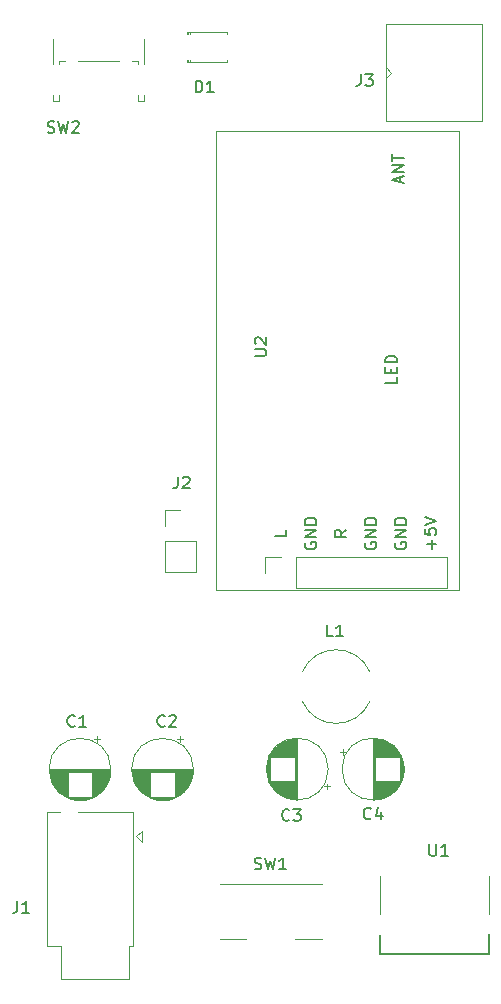
<source format=gbr>
%TF.GenerationSoftware,KiCad,Pcbnew,7.0.11+dfsg-1build4*%
%TF.CreationDate,2024-05-02T22:23:34+02:00*%
%TF.ProjectId,X1-01M-carrier,58312d30-314d-42d6-9361-72726965722e,rev?*%
%TF.SameCoordinates,Original*%
%TF.FileFunction,Legend,Top*%
%TF.FilePolarity,Positive*%
%FSLAX46Y46*%
G04 Gerber Fmt 4.6, Leading zero omitted, Abs format (unit mm)*
G04 Created by KiCad (PCBNEW 7.0.11+dfsg-1build4) date 2024-05-02 22:23:34*
%MOMM*%
%LPD*%
G01*
G04 APERTURE LIST*
%ADD10C,0.150000*%
%ADD11C,0.120000*%
G04 APERTURE END LIST*
D10*
X129800778Y-94924119D02*
X129800778Y-95638404D01*
X129800778Y-95638404D02*
X129753159Y-95781261D01*
X129753159Y-95781261D02*
X129657921Y-95876500D01*
X129657921Y-95876500D02*
X129515064Y-95924119D01*
X129515064Y-95924119D02*
X129419826Y-95924119D01*
X130229350Y-95019357D02*
X130276969Y-94971738D01*
X130276969Y-94971738D02*
X130372207Y-94924119D01*
X130372207Y-94924119D02*
X130610302Y-94924119D01*
X130610302Y-94924119D02*
X130705540Y-94971738D01*
X130705540Y-94971738D02*
X130753159Y-95019357D01*
X130753159Y-95019357D02*
X130800778Y-95114595D01*
X130800778Y-95114595D02*
X130800778Y-95209833D01*
X130800778Y-95209833D02*
X130753159Y-95352690D01*
X130753159Y-95352690D02*
X130181731Y-95924119D01*
X130181731Y-95924119D02*
X130800778Y-95924119D01*
X128697445Y-116021880D02*
X128649826Y-116069500D01*
X128649826Y-116069500D02*
X128506969Y-116117119D01*
X128506969Y-116117119D02*
X128411731Y-116117119D01*
X128411731Y-116117119D02*
X128268874Y-116069500D01*
X128268874Y-116069500D02*
X128173636Y-115974261D01*
X128173636Y-115974261D02*
X128126017Y-115879023D01*
X128126017Y-115879023D02*
X128078398Y-115688547D01*
X128078398Y-115688547D02*
X128078398Y-115545690D01*
X128078398Y-115545690D02*
X128126017Y-115355214D01*
X128126017Y-115355214D02*
X128173636Y-115259976D01*
X128173636Y-115259976D02*
X128268874Y-115164738D01*
X128268874Y-115164738D02*
X128411731Y-115117119D01*
X128411731Y-115117119D02*
X128506969Y-115117119D01*
X128506969Y-115117119D02*
X128649826Y-115164738D01*
X128649826Y-115164738D02*
X128697445Y-115212357D01*
X129078398Y-115212357D02*
X129126017Y-115164738D01*
X129126017Y-115164738D02*
X129221255Y-115117119D01*
X129221255Y-115117119D02*
X129459350Y-115117119D01*
X129459350Y-115117119D02*
X129554588Y-115164738D01*
X129554588Y-115164738D02*
X129602207Y-115212357D01*
X129602207Y-115212357D02*
X129649826Y-115307595D01*
X129649826Y-115307595D02*
X129649826Y-115402833D01*
X129649826Y-115402833D02*
X129602207Y-115545690D01*
X129602207Y-115545690D02*
X129030779Y-116117119D01*
X129030779Y-116117119D02*
X129649826Y-116117119D01*
X116211778Y-130865119D02*
X116211778Y-131579404D01*
X116211778Y-131579404D02*
X116164159Y-131722261D01*
X116164159Y-131722261D02*
X116068921Y-131817500D01*
X116068921Y-131817500D02*
X115926064Y-131865119D01*
X115926064Y-131865119D02*
X115830826Y-131865119D01*
X117211778Y-131865119D02*
X116640350Y-131865119D01*
X116926064Y-131865119D02*
X116926064Y-130865119D01*
X116926064Y-130865119D02*
X116830826Y-131007976D01*
X116830826Y-131007976D02*
X116735588Y-131103214D01*
X116735588Y-131103214D02*
X116640350Y-131150833D01*
X136293779Y-128134500D02*
X136436636Y-128182119D01*
X136436636Y-128182119D02*
X136674731Y-128182119D01*
X136674731Y-128182119D02*
X136769969Y-128134500D01*
X136769969Y-128134500D02*
X136817588Y-128086880D01*
X136817588Y-128086880D02*
X136865207Y-127991642D01*
X136865207Y-127991642D02*
X136865207Y-127896404D01*
X136865207Y-127896404D02*
X136817588Y-127801166D01*
X136817588Y-127801166D02*
X136769969Y-127753547D01*
X136769969Y-127753547D02*
X136674731Y-127705928D01*
X136674731Y-127705928D02*
X136484255Y-127658309D01*
X136484255Y-127658309D02*
X136389017Y-127610690D01*
X136389017Y-127610690D02*
X136341398Y-127563071D01*
X136341398Y-127563071D02*
X136293779Y-127467833D01*
X136293779Y-127467833D02*
X136293779Y-127372595D01*
X136293779Y-127372595D02*
X136341398Y-127277357D01*
X136341398Y-127277357D02*
X136389017Y-127229738D01*
X136389017Y-127229738D02*
X136484255Y-127182119D01*
X136484255Y-127182119D02*
X136722350Y-127182119D01*
X136722350Y-127182119D02*
X136865207Y-127229738D01*
X137198541Y-127182119D02*
X137436636Y-128182119D01*
X137436636Y-128182119D02*
X137627112Y-127467833D01*
X137627112Y-127467833D02*
X137817588Y-128182119D01*
X137817588Y-128182119D02*
X138055684Y-127182119D01*
X138960445Y-128182119D02*
X138389017Y-128182119D01*
X138674731Y-128182119D02*
X138674731Y-127182119D01*
X138674731Y-127182119D02*
X138579493Y-127324976D01*
X138579493Y-127324976D02*
X138484255Y-127420214D01*
X138484255Y-127420214D02*
X138389017Y-127467833D01*
X142937445Y-108455619D02*
X142461255Y-108455619D01*
X142461255Y-108455619D02*
X142461255Y-107455619D01*
X143794588Y-108455619D02*
X143223160Y-108455619D01*
X143508874Y-108455619D02*
X143508874Y-107455619D01*
X143508874Y-107455619D02*
X143413636Y-107598476D01*
X143413636Y-107598476D02*
X143318398Y-107693714D01*
X143318398Y-107693714D02*
X143223160Y-107741333D01*
X151094707Y-126039119D02*
X151094707Y-126848642D01*
X151094707Y-126848642D02*
X151142326Y-126943880D01*
X151142326Y-126943880D02*
X151189945Y-126991500D01*
X151189945Y-126991500D02*
X151285183Y-127039119D01*
X151285183Y-127039119D02*
X151475659Y-127039119D01*
X151475659Y-127039119D02*
X151570897Y-126991500D01*
X151570897Y-126991500D02*
X151618516Y-126943880D01*
X151618516Y-126943880D02*
X151666135Y-126848642D01*
X151666135Y-126848642D02*
X151666135Y-126039119D01*
X152666135Y-127039119D02*
X152094707Y-127039119D01*
X152380421Y-127039119D02*
X152380421Y-126039119D01*
X152380421Y-126039119D02*
X152285183Y-126181976D01*
X152285183Y-126181976D02*
X152189945Y-126277214D01*
X152189945Y-126277214D02*
X152094707Y-126324833D01*
X146157333Y-123854380D02*
X146109714Y-123902000D01*
X146109714Y-123902000D02*
X145966857Y-123949619D01*
X145966857Y-123949619D02*
X145871619Y-123949619D01*
X145871619Y-123949619D02*
X145728762Y-123902000D01*
X145728762Y-123902000D02*
X145633524Y-123806761D01*
X145633524Y-123806761D02*
X145585905Y-123711523D01*
X145585905Y-123711523D02*
X145538286Y-123521047D01*
X145538286Y-123521047D02*
X145538286Y-123378190D01*
X145538286Y-123378190D02*
X145585905Y-123187714D01*
X145585905Y-123187714D02*
X145633524Y-123092476D01*
X145633524Y-123092476D02*
X145728762Y-122997238D01*
X145728762Y-122997238D02*
X145871619Y-122949619D01*
X145871619Y-122949619D02*
X145966857Y-122949619D01*
X145966857Y-122949619D02*
X146109714Y-122997238D01*
X146109714Y-122997238D02*
X146157333Y-123044857D01*
X147014476Y-123282952D02*
X147014476Y-123949619D01*
X146776381Y-122902000D02*
X146538286Y-123616285D01*
X146538286Y-123616285D02*
X147157333Y-123616285D01*
X139254445Y-123981380D02*
X139206826Y-124029000D01*
X139206826Y-124029000D02*
X139063969Y-124076619D01*
X139063969Y-124076619D02*
X138968731Y-124076619D01*
X138968731Y-124076619D02*
X138825874Y-124029000D01*
X138825874Y-124029000D02*
X138730636Y-123933761D01*
X138730636Y-123933761D02*
X138683017Y-123838523D01*
X138683017Y-123838523D02*
X138635398Y-123648047D01*
X138635398Y-123648047D02*
X138635398Y-123505190D01*
X138635398Y-123505190D02*
X138683017Y-123314714D01*
X138683017Y-123314714D02*
X138730636Y-123219476D01*
X138730636Y-123219476D02*
X138825874Y-123124238D01*
X138825874Y-123124238D02*
X138968731Y-123076619D01*
X138968731Y-123076619D02*
X139063969Y-123076619D01*
X139063969Y-123076619D02*
X139206826Y-123124238D01*
X139206826Y-123124238D02*
X139254445Y-123171857D01*
X139587779Y-123076619D02*
X140206826Y-123076619D01*
X140206826Y-123076619D02*
X139873493Y-123457571D01*
X139873493Y-123457571D02*
X140016350Y-123457571D01*
X140016350Y-123457571D02*
X140111588Y-123505190D01*
X140111588Y-123505190D02*
X140159207Y-123552809D01*
X140159207Y-123552809D02*
X140206826Y-123648047D01*
X140206826Y-123648047D02*
X140206826Y-123886142D01*
X140206826Y-123886142D02*
X140159207Y-123981380D01*
X140159207Y-123981380D02*
X140111588Y-124029000D01*
X140111588Y-124029000D02*
X140016350Y-124076619D01*
X140016350Y-124076619D02*
X139730636Y-124076619D01*
X139730636Y-124076619D02*
X139635398Y-124029000D01*
X139635398Y-124029000D02*
X139587779Y-123981380D01*
X131317017Y-62396119D02*
X131317017Y-61396119D01*
X131317017Y-61396119D02*
X131555112Y-61396119D01*
X131555112Y-61396119D02*
X131697969Y-61443738D01*
X131697969Y-61443738D02*
X131793207Y-61538976D01*
X131793207Y-61538976D02*
X131840826Y-61634214D01*
X131840826Y-61634214D02*
X131888445Y-61824690D01*
X131888445Y-61824690D02*
X131888445Y-61967547D01*
X131888445Y-61967547D02*
X131840826Y-62158023D01*
X131840826Y-62158023D02*
X131793207Y-62253261D01*
X131793207Y-62253261D02*
X131697969Y-62348500D01*
X131697969Y-62348500D02*
X131555112Y-62396119D01*
X131555112Y-62396119D02*
X131317017Y-62396119D01*
X132840826Y-62396119D02*
X132269398Y-62396119D01*
X132555112Y-62396119D02*
X132555112Y-61396119D01*
X132555112Y-61396119D02*
X132459874Y-61538976D01*
X132459874Y-61538976D02*
X132364636Y-61634214D01*
X132364636Y-61634214D02*
X132269398Y-61681833D01*
X118767779Y-65777500D02*
X118910636Y-65825119D01*
X118910636Y-65825119D02*
X119148731Y-65825119D01*
X119148731Y-65825119D02*
X119243969Y-65777500D01*
X119243969Y-65777500D02*
X119291588Y-65729880D01*
X119291588Y-65729880D02*
X119339207Y-65634642D01*
X119339207Y-65634642D02*
X119339207Y-65539404D01*
X119339207Y-65539404D02*
X119291588Y-65444166D01*
X119291588Y-65444166D02*
X119243969Y-65396547D01*
X119243969Y-65396547D02*
X119148731Y-65348928D01*
X119148731Y-65348928D02*
X118958255Y-65301309D01*
X118958255Y-65301309D02*
X118863017Y-65253690D01*
X118863017Y-65253690D02*
X118815398Y-65206071D01*
X118815398Y-65206071D02*
X118767779Y-65110833D01*
X118767779Y-65110833D02*
X118767779Y-65015595D01*
X118767779Y-65015595D02*
X118815398Y-64920357D01*
X118815398Y-64920357D02*
X118863017Y-64872738D01*
X118863017Y-64872738D02*
X118958255Y-64825119D01*
X118958255Y-64825119D02*
X119196350Y-64825119D01*
X119196350Y-64825119D02*
X119339207Y-64872738D01*
X119672541Y-64825119D02*
X119910636Y-65825119D01*
X119910636Y-65825119D02*
X120101112Y-65110833D01*
X120101112Y-65110833D02*
X120291588Y-65825119D01*
X120291588Y-65825119D02*
X120529684Y-64825119D01*
X120863017Y-64920357D02*
X120910636Y-64872738D01*
X120910636Y-64872738D02*
X121005874Y-64825119D01*
X121005874Y-64825119D02*
X121243969Y-64825119D01*
X121243969Y-64825119D02*
X121339207Y-64872738D01*
X121339207Y-64872738D02*
X121386826Y-64920357D01*
X121386826Y-64920357D02*
X121434445Y-65015595D01*
X121434445Y-65015595D02*
X121434445Y-65110833D01*
X121434445Y-65110833D02*
X121386826Y-65253690D01*
X121386826Y-65253690D02*
X120815398Y-65825119D01*
X120815398Y-65825119D02*
X121434445Y-65825119D01*
X145294778Y-60842619D02*
X145294778Y-61556904D01*
X145294778Y-61556904D02*
X145247159Y-61699761D01*
X145247159Y-61699761D02*
X145151921Y-61795000D01*
X145151921Y-61795000D02*
X145009064Y-61842619D01*
X145009064Y-61842619D02*
X144913826Y-61842619D01*
X145675731Y-60842619D02*
X146294778Y-60842619D01*
X146294778Y-60842619D02*
X145961445Y-61223571D01*
X145961445Y-61223571D02*
X146104302Y-61223571D01*
X146104302Y-61223571D02*
X146199540Y-61271190D01*
X146199540Y-61271190D02*
X146247159Y-61318809D01*
X146247159Y-61318809D02*
X146294778Y-61414047D01*
X146294778Y-61414047D02*
X146294778Y-61652142D01*
X146294778Y-61652142D02*
X146247159Y-61747380D01*
X146247159Y-61747380D02*
X146199540Y-61795000D01*
X146199540Y-61795000D02*
X146104302Y-61842619D01*
X146104302Y-61842619D02*
X145818588Y-61842619D01*
X145818588Y-61842619D02*
X145723350Y-61795000D01*
X145723350Y-61795000D02*
X145675731Y-61747380D01*
X121077445Y-116021880D02*
X121029826Y-116069500D01*
X121029826Y-116069500D02*
X120886969Y-116117119D01*
X120886969Y-116117119D02*
X120791731Y-116117119D01*
X120791731Y-116117119D02*
X120648874Y-116069500D01*
X120648874Y-116069500D02*
X120553636Y-115974261D01*
X120553636Y-115974261D02*
X120506017Y-115879023D01*
X120506017Y-115879023D02*
X120458398Y-115688547D01*
X120458398Y-115688547D02*
X120458398Y-115545690D01*
X120458398Y-115545690D02*
X120506017Y-115355214D01*
X120506017Y-115355214D02*
X120553636Y-115259976D01*
X120553636Y-115259976D02*
X120648874Y-115164738D01*
X120648874Y-115164738D02*
X120791731Y-115117119D01*
X120791731Y-115117119D02*
X120886969Y-115117119D01*
X120886969Y-115117119D02*
X121029826Y-115164738D01*
X121029826Y-115164738D02*
X121077445Y-115212357D01*
X122029826Y-116117119D02*
X121458398Y-116117119D01*
X121744112Y-116117119D02*
X121744112Y-115117119D01*
X121744112Y-115117119D02*
X121648874Y-115259976D01*
X121648874Y-115259976D02*
X121553636Y-115355214D01*
X121553636Y-115355214D02*
X121458398Y-115402833D01*
X136306931Y-84695704D02*
X137116454Y-84695704D01*
X137116454Y-84695704D02*
X137211692Y-84648085D01*
X137211692Y-84648085D02*
X137259312Y-84600466D01*
X137259312Y-84600466D02*
X137306931Y-84505228D01*
X137306931Y-84505228D02*
X137306931Y-84314752D01*
X137306931Y-84314752D02*
X137259312Y-84219514D01*
X137259312Y-84219514D02*
X137211692Y-84171895D01*
X137211692Y-84171895D02*
X137116454Y-84124276D01*
X137116454Y-84124276D02*
X136306931Y-84124276D01*
X136402169Y-83695704D02*
X136354550Y-83648085D01*
X136354550Y-83648085D02*
X136306931Y-83552847D01*
X136306931Y-83552847D02*
X136306931Y-83314752D01*
X136306931Y-83314752D02*
X136354550Y-83219514D01*
X136354550Y-83219514D02*
X136402169Y-83171895D01*
X136402169Y-83171895D02*
X136497407Y-83124276D01*
X136497407Y-83124276D02*
X136592645Y-83124276D01*
X136592645Y-83124276D02*
X136735502Y-83171895D01*
X136735502Y-83171895D02*
X137306931Y-83743323D01*
X137306931Y-83743323D02*
X137306931Y-83124276D01*
X144066931Y-99436276D02*
X143590740Y-99769609D01*
X144066931Y-100007704D02*
X143066931Y-100007704D01*
X143066931Y-100007704D02*
X143066931Y-99626752D01*
X143066931Y-99626752D02*
X143114550Y-99531514D01*
X143114550Y-99531514D02*
X143162169Y-99483895D01*
X143162169Y-99483895D02*
X143257407Y-99436276D01*
X143257407Y-99436276D02*
X143400264Y-99436276D01*
X143400264Y-99436276D02*
X143495502Y-99483895D01*
X143495502Y-99483895D02*
X143543121Y-99531514D01*
X143543121Y-99531514D02*
X143590740Y-99626752D01*
X143590740Y-99626752D02*
X143590740Y-100007704D01*
X148362931Y-86494657D02*
X148362931Y-86970847D01*
X148362931Y-86970847D02*
X147362931Y-86970847D01*
X147839121Y-86161323D02*
X147839121Y-85827990D01*
X148362931Y-85685133D02*
X148362931Y-86161323D01*
X148362931Y-86161323D02*
X147362931Y-86161323D01*
X147362931Y-86161323D02*
X147362931Y-85685133D01*
X148362931Y-85256561D02*
X147362931Y-85256561D01*
X147362931Y-85256561D02*
X147362931Y-85018466D01*
X147362931Y-85018466D02*
X147410550Y-84875609D01*
X147410550Y-84875609D02*
X147505788Y-84780371D01*
X147505788Y-84780371D02*
X147601026Y-84732752D01*
X147601026Y-84732752D02*
X147791502Y-84685133D01*
X147791502Y-84685133D02*
X147934359Y-84685133D01*
X147934359Y-84685133D02*
X148124835Y-84732752D01*
X148124835Y-84732752D02*
X148220073Y-84780371D01*
X148220073Y-84780371D02*
X148315312Y-84875609D01*
X148315312Y-84875609D02*
X148362931Y-85018466D01*
X148362931Y-85018466D02*
X148362931Y-85256561D01*
X145654550Y-100507704D02*
X145606931Y-100602942D01*
X145606931Y-100602942D02*
X145606931Y-100745799D01*
X145606931Y-100745799D02*
X145654550Y-100888656D01*
X145654550Y-100888656D02*
X145749788Y-100983894D01*
X145749788Y-100983894D02*
X145845026Y-101031513D01*
X145845026Y-101031513D02*
X146035502Y-101079132D01*
X146035502Y-101079132D02*
X146178359Y-101079132D01*
X146178359Y-101079132D02*
X146368835Y-101031513D01*
X146368835Y-101031513D02*
X146464073Y-100983894D01*
X146464073Y-100983894D02*
X146559312Y-100888656D01*
X146559312Y-100888656D02*
X146606931Y-100745799D01*
X146606931Y-100745799D02*
X146606931Y-100650561D01*
X146606931Y-100650561D02*
X146559312Y-100507704D01*
X146559312Y-100507704D02*
X146511692Y-100460085D01*
X146511692Y-100460085D02*
X146178359Y-100460085D01*
X146178359Y-100460085D02*
X146178359Y-100650561D01*
X146606931Y-100031513D02*
X145606931Y-100031513D01*
X145606931Y-100031513D02*
X146606931Y-99460085D01*
X146606931Y-99460085D02*
X145606931Y-99460085D01*
X146606931Y-98983894D02*
X145606931Y-98983894D01*
X145606931Y-98983894D02*
X145606931Y-98745799D01*
X145606931Y-98745799D02*
X145654550Y-98602942D01*
X145654550Y-98602942D02*
X145749788Y-98507704D01*
X145749788Y-98507704D02*
X145845026Y-98460085D01*
X145845026Y-98460085D02*
X146035502Y-98412466D01*
X146035502Y-98412466D02*
X146178359Y-98412466D01*
X146178359Y-98412466D02*
X146368835Y-98460085D01*
X146368835Y-98460085D02*
X146464073Y-98507704D01*
X146464073Y-98507704D02*
X146559312Y-98602942D01*
X146559312Y-98602942D02*
X146606931Y-98745799D01*
X146606931Y-98745799D02*
X146606931Y-98983894D01*
X140574550Y-100507704D02*
X140526931Y-100602942D01*
X140526931Y-100602942D02*
X140526931Y-100745799D01*
X140526931Y-100745799D02*
X140574550Y-100888656D01*
X140574550Y-100888656D02*
X140669788Y-100983894D01*
X140669788Y-100983894D02*
X140765026Y-101031513D01*
X140765026Y-101031513D02*
X140955502Y-101079132D01*
X140955502Y-101079132D02*
X141098359Y-101079132D01*
X141098359Y-101079132D02*
X141288835Y-101031513D01*
X141288835Y-101031513D02*
X141384073Y-100983894D01*
X141384073Y-100983894D02*
X141479312Y-100888656D01*
X141479312Y-100888656D02*
X141526931Y-100745799D01*
X141526931Y-100745799D02*
X141526931Y-100650561D01*
X141526931Y-100650561D02*
X141479312Y-100507704D01*
X141479312Y-100507704D02*
X141431692Y-100460085D01*
X141431692Y-100460085D02*
X141098359Y-100460085D01*
X141098359Y-100460085D02*
X141098359Y-100650561D01*
X141526931Y-100031513D02*
X140526931Y-100031513D01*
X140526931Y-100031513D02*
X141526931Y-99460085D01*
X141526931Y-99460085D02*
X140526931Y-99460085D01*
X141526931Y-98983894D02*
X140526931Y-98983894D01*
X140526931Y-98983894D02*
X140526931Y-98745799D01*
X140526931Y-98745799D02*
X140574550Y-98602942D01*
X140574550Y-98602942D02*
X140669788Y-98507704D01*
X140669788Y-98507704D02*
X140765026Y-98460085D01*
X140765026Y-98460085D02*
X140955502Y-98412466D01*
X140955502Y-98412466D02*
X141098359Y-98412466D01*
X141098359Y-98412466D02*
X141288835Y-98460085D01*
X141288835Y-98460085D02*
X141384073Y-98507704D01*
X141384073Y-98507704D02*
X141479312Y-98602942D01*
X141479312Y-98602942D02*
X141526931Y-98745799D01*
X141526931Y-98745799D02*
X141526931Y-98983894D01*
X148641216Y-70006656D02*
X148641216Y-69530466D01*
X148926931Y-70101894D02*
X147926931Y-69768561D01*
X147926931Y-69768561D02*
X148926931Y-69435228D01*
X148926931Y-69101894D02*
X147926931Y-69101894D01*
X147926931Y-69101894D02*
X148926931Y-68530466D01*
X148926931Y-68530466D02*
X147926931Y-68530466D01*
X147926931Y-68197132D02*
X147926931Y-67625704D01*
X148926931Y-67911418D02*
X147926931Y-67911418D01*
X148194550Y-100507704D02*
X148146931Y-100602942D01*
X148146931Y-100602942D02*
X148146931Y-100745799D01*
X148146931Y-100745799D02*
X148194550Y-100888656D01*
X148194550Y-100888656D02*
X148289788Y-100983894D01*
X148289788Y-100983894D02*
X148385026Y-101031513D01*
X148385026Y-101031513D02*
X148575502Y-101079132D01*
X148575502Y-101079132D02*
X148718359Y-101079132D01*
X148718359Y-101079132D02*
X148908835Y-101031513D01*
X148908835Y-101031513D02*
X149004073Y-100983894D01*
X149004073Y-100983894D02*
X149099312Y-100888656D01*
X149099312Y-100888656D02*
X149146931Y-100745799D01*
X149146931Y-100745799D02*
X149146931Y-100650561D01*
X149146931Y-100650561D02*
X149099312Y-100507704D01*
X149099312Y-100507704D02*
X149051692Y-100460085D01*
X149051692Y-100460085D02*
X148718359Y-100460085D01*
X148718359Y-100460085D02*
X148718359Y-100650561D01*
X149146931Y-100031513D02*
X148146931Y-100031513D01*
X148146931Y-100031513D02*
X149146931Y-99460085D01*
X149146931Y-99460085D02*
X148146931Y-99460085D01*
X149146931Y-98983894D02*
X148146931Y-98983894D01*
X148146931Y-98983894D02*
X148146931Y-98745799D01*
X148146931Y-98745799D02*
X148194550Y-98602942D01*
X148194550Y-98602942D02*
X148289788Y-98507704D01*
X148289788Y-98507704D02*
X148385026Y-98460085D01*
X148385026Y-98460085D02*
X148575502Y-98412466D01*
X148575502Y-98412466D02*
X148718359Y-98412466D01*
X148718359Y-98412466D02*
X148908835Y-98460085D01*
X148908835Y-98460085D02*
X149004073Y-98507704D01*
X149004073Y-98507704D02*
X149099312Y-98602942D01*
X149099312Y-98602942D02*
X149146931Y-98745799D01*
X149146931Y-98745799D02*
X149146931Y-98983894D01*
X151305978Y-101031513D02*
X151305978Y-100269609D01*
X151686931Y-100650561D02*
X150925026Y-100650561D01*
X150686931Y-99317228D02*
X150686931Y-99793418D01*
X150686931Y-99793418D02*
X151163121Y-99841037D01*
X151163121Y-99841037D02*
X151115502Y-99793418D01*
X151115502Y-99793418D02*
X151067883Y-99698180D01*
X151067883Y-99698180D02*
X151067883Y-99460085D01*
X151067883Y-99460085D02*
X151115502Y-99364847D01*
X151115502Y-99364847D02*
X151163121Y-99317228D01*
X151163121Y-99317228D02*
X151258359Y-99269609D01*
X151258359Y-99269609D02*
X151496454Y-99269609D01*
X151496454Y-99269609D02*
X151591692Y-99317228D01*
X151591692Y-99317228D02*
X151639312Y-99364847D01*
X151639312Y-99364847D02*
X151686931Y-99460085D01*
X151686931Y-99460085D02*
X151686931Y-99698180D01*
X151686931Y-99698180D02*
X151639312Y-99793418D01*
X151639312Y-99793418D02*
X151591692Y-99841037D01*
X150686931Y-98983894D02*
X151686931Y-98650561D01*
X151686931Y-98650561D02*
X150686931Y-98317228D01*
X138986931Y-99436276D02*
X138986931Y-99912466D01*
X138986931Y-99912466D02*
X137986931Y-99912466D01*
D11*
%TO.C,J2*%
X131353112Y-100375800D02*
X131353112Y-102975800D01*
X128693112Y-102975800D02*
X131353112Y-102975800D01*
X128693112Y-100375800D02*
X131353112Y-100375800D01*
X128693112Y-100375800D02*
X128693112Y-102975800D01*
X128693112Y-99105800D02*
X128693112Y-97775800D01*
X128693112Y-97775800D02*
X130023112Y-97775800D01*
%TO.C,C2*%
X131119112Y-119704800D02*
G75*
G03*
X125879112Y-119704800I-2620000J0D01*
G01*
X125879112Y-119704800D02*
G75*
G03*
X131119112Y-119704800I2620000J0D01*
G01*
X128783112Y-122305800D02*
X128215112Y-122305800D01*
X129017112Y-122265800D02*
X127981112Y-122265800D01*
X129176112Y-122225800D02*
X127822112Y-122225800D01*
X129304112Y-122185800D02*
X127694112Y-122185800D01*
X129414112Y-122145800D02*
X127584112Y-122145800D01*
X129510112Y-122105800D02*
X127488112Y-122105800D01*
X129597112Y-122065800D02*
X127401112Y-122065800D01*
X129677112Y-122025800D02*
X127321112Y-122025800D01*
X127459112Y-121985800D02*
X127248112Y-121985800D01*
X129750112Y-121985800D02*
X129539112Y-121985800D01*
X127459112Y-121945800D02*
X127180112Y-121945800D01*
X129818112Y-121945800D02*
X129539112Y-121945800D01*
X127459112Y-121905800D02*
X127116112Y-121905800D01*
X129882112Y-121905800D02*
X129539112Y-121905800D01*
X127459112Y-121865800D02*
X127056112Y-121865800D01*
X129942112Y-121865800D02*
X129539112Y-121865800D01*
X127459112Y-121825800D02*
X126999112Y-121825800D01*
X129999112Y-121825800D02*
X129539112Y-121825800D01*
X127459112Y-121785800D02*
X126945112Y-121785800D01*
X130053112Y-121785800D02*
X129539112Y-121785800D01*
X127459112Y-121745800D02*
X126894112Y-121745800D01*
X130104112Y-121745800D02*
X129539112Y-121745800D01*
X127459112Y-121705800D02*
X126846112Y-121705800D01*
X130152112Y-121705800D02*
X129539112Y-121705800D01*
X127459112Y-121665800D02*
X126800112Y-121665800D01*
X130198112Y-121665800D02*
X129539112Y-121665800D01*
X127459112Y-121625800D02*
X126756112Y-121625800D01*
X130242112Y-121625800D02*
X129539112Y-121625800D01*
X127459112Y-121585800D02*
X126714112Y-121585800D01*
X130284112Y-121585800D02*
X129539112Y-121585800D01*
X127459112Y-121545800D02*
X126673112Y-121545800D01*
X130325112Y-121545800D02*
X129539112Y-121545800D01*
X127459112Y-121505800D02*
X126635112Y-121505800D01*
X130363112Y-121505800D02*
X129539112Y-121505800D01*
X127459112Y-121465800D02*
X126598112Y-121465800D01*
X130400112Y-121465800D02*
X129539112Y-121465800D01*
X127459112Y-121425800D02*
X126562112Y-121425800D01*
X130436112Y-121425800D02*
X129539112Y-121425800D01*
X127459112Y-121385800D02*
X126528112Y-121385800D01*
X130470112Y-121385800D02*
X129539112Y-121385800D01*
X127459112Y-121345800D02*
X126495112Y-121345800D01*
X130503112Y-121345800D02*
X129539112Y-121345800D01*
X127459112Y-121305800D02*
X126464112Y-121305800D01*
X130534112Y-121305800D02*
X129539112Y-121305800D01*
X127459112Y-121265800D02*
X126434112Y-121265800D01*
X130564112Y-121265800D02*
X129539112Y-121265800D01*
X127459112Y-121225800D02*
X126404112Y-121225800D01*
X130594112Y-121225800D02*
X129539112Y-121225800D01*
X127459112Y-121185800D02*
X126377112Y-121185800D01*
X130621112Y-121185800D02*
X129539112Y-121185800D01*
X127459112Y-121145800D02*
X126350112Y-121145800D01*
X130648112Y-121145800D02*
X129539112Y-121145800D01*
X127459112Y-121105800D02*
X126324112Y-121105800D01*
X130674112Y-121105800D02*
X129539112Y-121105800D01*
X127459112Y-121065800D02*
X126299112Y-121065800D01*
X130699112Y-121065800D02*
X129539112Y-121065800D01*
X127459112Y-121025800D02*
X126275112Y-121025800D01*
X130723112Y-121025800D02*
X129539112Y-121025800D01*
X127459112Y-120985800D02*
X126252112Y-120985800D01*
X130746112Y-120985800D02*
X129539112Y-120985800D01*
X127459112Y-120945800D02*
X126231112Y-120945800D01*
X130767112Y-120945800D02*
X129539112Y-120945800D01*
X127459112Y-120905800D02*
X126209112Y-120905800D01*
X130789112Y-120905800D02*
X129539112Y-120905800D01*
X127459112Y-120865800D02*
X126189112Y-120865800D01*
X130809112Y-120865800D02*
X129539112Y-120865800D01*
X127459112Y-120825800D02*
X126170112Y-120825800D01*
X130828112Y-120825800D02*
X129539112Y-120825800D01*
X127459112Y-120785800D02*
X126151112Y-120785800D01*
X130847112Y-120785800D02*
X129539112Y-120785800D01*
X127459112Y-120745800D02*
X126134112Y-120745800D01*
X130864112Y-120745800D02*
X129539112Y-120745800D01*
X127459112Y-120705800D02*
X126117112Y-120705800D01*
X130881112Y-120705800D02*
X129539112Y-120705800D01*
X127459112Y-120665800D02*
X126101112Y-120665800D01*
X130897112Y-120665800D02*
X129539112Y-120665800D01*
X127459112Y-120625800D02*
X126085112Y-120625800D01*
X130913112Y-120625800D02*
X129539112Y-120625800D01*
X127459112Y-120585800D02*
X126071112Y-120585800D01*
X130927112Y-120585800D02*
X129539112Y-120585800D01*
X127459112Y-120545800D02*
X126057112Y-120545800D01*
X130941112Y-120545800D02*
X129539112Y-120545800D01*
X127459112Y-120505800D02*
X126044112Y-120505800D01*
X130954112Y-120505800D02*
X129539112Y-120505800D01*
X127459112Y-120465800D02*
X126031112Y-120465800D01*
X130967112Y-120465800D02*
X129539112Y-120465800D01*
X127459112Y-120425800D02*
X126019112Y-120425800D01*
X130979112Y-120425800D02*
X129539112Y-120425800D01*
X127459112Y-120384800D02*
X126008112Y-120384800D01*
X130990112Y-120384800D02*
X129539112Y-120384800D01*
X127459112Y-120344800D02*
X125998112Y-120344800D01*
X131000112Y-120344800D02*
X129539112Y-120344800D01*
X127459112Y-120304800D02*
X125988112Y-120304800D01*
X131010112Y-120304800D02*
X129539112Y-120304800D01*
X127459112Y-120264800D02*
X125979112Y-120264800D01*
X131019112Y-120264800D02*
X129539112Y-120264800D01*
X127459112Y-120224800D02*
X125971112Y-120224800D01*
X131027112Y-120224800D02*
X129539112Y-120224800D01*
X127459112Y-120184800D02*
X125963112Y-120184800D01*
X131035112Y-120184800D02*
X129539112Y-120184800D01*
X127459112Y-120144800D02*
X125956112Y-120144800D01*
X131042112Y-120144800D02*
X129539112Y-120144800D01*
X127459112Y-120104800D02*
X125949112Y-120104800D01*
X131049112Y-120104800D02*
X129539112Y-120104800D01*
X127459112Y-120064800D02*
X125943112Y-120064800D01*
X131055112Y-120064800D02*
X129539112Y-120064800D01*
X127459112Y-120024800D02*
X125938112Y-120024800D01*
X131060112Y-120024800D02*
X129539112Y-120024800D01*
X127459112Y-119984800D02*
X125934112Y-119984800D01*
X131064112Y-119984800D02*
X129539112Y-119984800D01*
X127459112Y-119944800D02*
X125930112Y-119944800D01*
X131068112Y-119944800D02*
X129539112Y-119944800D01*
X131072112Y-119904800D02*
X125926112Y-119904800D01*
X131075112Y-119864800D02*
X125923112Y-119864800D01*
X131077112Y-119824800D02*
X125921112Y-119824800D01*
X131078112Y-119784800D02*
X125920112Y-119784800D01*
X131079112Y-119744800D02*
X125919112Y-119744800D01*
X131079112Y-119704800D02*
X125919112Y-119704800D01*
X130224112Y-117150025D02*
X129724112Y-117150025D01*
X129974112Y-116900025D02*
X129974112Y-117400025D01*
%TO.C,J1*%
X126784112Y-125890300D02*
X126784112Y-124890300D01*
X126784112Y-124890300D02*
X126284112Y-125390300D01*
X126284112Y-125390300D02*
X126784112Y-125890300D01*
X125984112Y-134690300D02*
X125984112Y-123290300D01*
X125984112Y-134690300D02*
X125684112Y-134690300D01*
X125984112Y-123290300D02*
X121384112Y-123290300D01*
X125684112Y-134690300D02*
X125684112Y-137490300D01*
X119884112Y-137490300D02*
X125684112Y-137490300D01*
X119884112Y-134690300D02*
X119884112Y-137490300D01*
X119884112Y-134690300D02*
X118684112Y-134690300D01*
X118684112Y-134690300D02*
X118684112Y-123290300D01*
X118684112Y-123290300D02*
X119784112Y-123290300D01*
%TO.C,SW1*%
X133379112Y-129449800D02*
X141979112Y-129449800D01*
X133379112Y-134049800D02*
X135579112Y-134049800D01*
X139679112Y-134049800D02*
X141979112Y-134049800D01*
%TO.C,L1*%
X140344852Y-113959800D02*
G75*
G03*
X146053372Y-113959800I2854260J1260000D01*
G01*
X146053372Y-111439800D02*
G75*
G03*
X140344852Y-111439800I-2854260J-1260000D01*
G01*
D10*
%TO.C,U1*%
X156127612Y-133683300D02*
X156127612Y-135303300D01*
D11*
X156107612Y-128743300D02*
X156107612Y-131973300D01*
D10*
X146907612Y-135303300D02*
X156097612Y-135303300D01*
X146907612Y-135303300D02*
X146907612Y-133693300D01*
D11*
X146907612Y-128743300D02*
X146907612Y-131963300D01*
%TO.C,C4*%
X148944000Y-119684800D02*
G75*
G03*
X143704000Y-119684800I-2620000J0D01*
G01*
X143704000Y-119684800D02*
G75*
G03*
X148944000Y-119684800I2620000J0D01*
G01*
X148925000Y-119400800D02*
X148925000Y-119968800D01*
X148885000Y-119166800D02*
X148885000Y-120202800D01*
X148845000Y-119007800D02*
X148845000Y-120361800D01*
X148805000Y-118879800D02*
X148805000Y-120489800D01*
X148765000Y-118769800D02*
X148765000Y-120599800D01*
X148725000Y-118673800D02*
X148725000Y-120695800D01*
X148685000Y-118586800D02*
X148685000Y-120782800D01*
X148645000Y-118506800D02*
X148645000Y-120862800D01*
X148605000Y-120724800D02*
X148605000Y-120935800D01*
X148605000Y-118433800D02*
X148605000Y-118644800D01*
X148565000Y-120724800D02*
X148565000Y-121003800D01*
X148565000Y-118365800D02*
X148565000Y-118644800D01*
X148525000Y-120724800D02*
X148525000Y-121067800D01*
X148525000Y-118301800D02*
X148525000Y-118644800D01*
X148485000Y-120724800D02*
X148485000Y-121127800D01*
X148485000Y-118241800D02*
X148485000Y-118644800D01*
X148445000Y-120724800D02*
X148445000Y-121184800D01*
X148445000Y-118184800D02*
X148445000Y-118644800D01*
X148405000Y-120724800D02*
X148405000Y-121238800D01*
X148405000Y-118130800D02*
X148405000Y-118644800D01*
X148365000Y-120724800D02*
X148365000Y-121289800D01*
X148365000Y-118079800D02*
X148365000Y-118644800D01*
X148325000Y-120724800D02*
X148325000Y-121337800D01*
X148325000Y-118031800D02*
X148325000Y-118644800D01*
X148285000Y-120724800D02*
X148285000Y-121383800D01*
X148285000Y-117985800D02*
X148285000Y-118644800D01*
X148245000Y-120724800D02*
X148245000Y-121427800D01*
X148245000Y-117941800D02*
X148245000Y-118644800D01*
X148205000Y-120724800D02*
X148205000Y-121469800D01*
X148205000Y-117899800D02*
X148205000Y-118644800D01*
X148165000Y-120724800D02*
X148165000Y-121510800D01*
X148165000Y-117858800D02*
X148165000Y-118644800D01*
X148125000Y-120724800D02*
X148125000Y-121548800D01*
X148125000Y-117820800D02*
X148125000Y-118644800D01*
X148085000Y-120724800D02*
X148085000Y-121585800D01*
X148085000Y-117783800D02*
X148085000Y-118644800D01*
X148045000Y-120724800D02*
X148045000Y-121621800D01*
X148045000Y-117747800D02*
X148045000Y-118644800D01*
X148005000Y-120724800D02*
X148005000Y-121655800D01*
X148005000Y-117713800D02*
X148005000Y-118644800D01*
X147965000Y-120724800D02*
X147965000Y-121688800D01*
X147965000Y-117680800D02*
X147965000Y-118644800D01*
X147925000Y-120724800D02*
X147925000Y-121719800D01*
X147925000Y-117649800D02*
X147925000Y-118644800D01*
X147885000Y-120724800D02*
X147885000Y-121749800D01*
X147885000Y-117619800D02*
X147885000Y-118644800D01*
X147845000Y-120724800D02*
X147845000Y-121779800D01*
X147845000Y-117589800D02*
X147845000Y-118644800D01*
X147805000Y-120724800D02*
X147805000Y-121806800D01*
X147805000Y-117562800D02*
X147805000Y-118644800D01*
X147765000Y-120724800D02*
X147765000Y-121833800D01*
X147765000Y-117535800D02*
X147765000Y-118644800D01*
X147725000Y-120724800D02*
X147725000Y-121859800D01*
X147725000Y-117509800D02*
X147725000Y-118644800D01*
X147685000Y-120724800D02*
X147685000Y-121884800D01*
X147685000Y-117484800D02*
X147685000Y-118644800D01*
X147645000Y-120724800D02*
X147645000Y-121908800D01*
X147645000Y-117460800D02*
X147645000Y-118644800D01*
X147605000Y-120724800D02*
X147605000Y-121931800D01*
X147605000Y-117437800D02*
X147605000Y-118644800D01*
X147565000Y-120724800D02*
X147565000Y-121952800D01*
X147565000Y-117416800D02*
X147565000Y-118644800D01*
X147525000Y-120724800D02*
X147525000Y-121974800D01*
X147525000Y-117394800D02*
X147525000Y-118644800D01*
X147485000Y-120724800D02*
X147485000Y-121994800D01*
X147485000Y-117374800D02*
X147485000Y-118644800D01*
X147445000Y-120724800D02*
X147445000Y-122013800D01*
X147445000Y-117355800D02*
X147445000Y-118644800D01*
X147405000Y-120724800D02*
X147405000Y-122032800D01*
X147405000Y-117336800D02*
X147405000Y-118644800D01*
X147365000Y-120724800D02*
X147365000Y-122049800D01*
X147365000Y-117319800D02*
X147365000Y-118644800D01*
X147325000Y-120724800D02*
X147325000Y-122066800D01*
X147325000Y-117302800D02*
X147325000Y-118644800D01*
X147285000Y-120724800D02*
X147285000Y-122082800D01*
X147285000Y-117286800D02*
X147285000Y-118644800D01*
X147245000Y-120724800D02*
X147245000Y-122098800D01*
X147245000Y-117270800D02*
X147245000Y-118644800D01*
X147205000Y-120724800D02*
X147205000Y-122112800D01*
X147205000Y-117256800D02*
X147205000Y-118644800D01*
X147165000Y-120724800D02*
X147165000Y-122126800D01*
X147165000Y-117242800D02*
X147165000Y-118644800D01*
X147125000Y-120724800D02*
X147125000Y-122139800D01*
X147125000Y-117229800D02*
X147125000Y-118644800D01*
X147085000Y-120724800D02*
X147085000Y-122152800D01*
X147085000Y-117216800D02*
X147085000Y-118644800D01*
X147045000Y-120724800D02*
X147045000Y-122164800D01*
X147045000Y-117204800D02*
X147045000Y-118644800D01*
X147004000Y-120724800D02*
X147004000Y-122175800D01*
X147004000Y-117193800D02*
X147004000Y-118644800D01*
X146964000Y-120724800D02*
X146964000Y-122185800D01*
X146964000Y-117183800D02*
X146964000Y-118644800D01*
X146924000Y-120724800D02*
X146924000Y-122195800D01*
X146924000Y-117173800D02*
X146924000Y-118644800D01*
X146884000Y-120724800D02*
X146884000Y-122204800D01*
X146884000Y-117164800D02*
X146884000Y-118644800D01*
X146844000Y-120724800D02*
X146844000Y-122212800D01*
X146844000Y-117156800D02*
X146844000Y-118644800D01*
X146804000Y-120724800D02*
X146804000Y-122220800D01*
X146804000Y-117148800D02*
X146804000Y-118644800D01*
X146764000Y-120724800D02*
X146764000Y-122227800D01*
X146764000Y-117141800D02*
X146764000Y-118644800D01*
X146724000Y-120724800D02*
X146724000Y-122234800D01*
X146724000Y-117134800D02*
X146724000Y-118644800D01*
X146684000Y-120724800D02*
X146684000Y-122240800D01*
X146684000Y-117128800D02*
X146684000Y-118644800D01*
X146644000Y-120724800D02*
X146644000Y-122245800D01*
X146644000Y-117123800D02*
X146644000Y-118644800D01*
X146604000Y-120724800D02*
X146604000Y-122249800D01*
X146604000Y-117119800D02*
X146604000Y-118644800D01*
X146564000Y-120724800D02*
X146564000Y-122253800D01*
X146564000Y-117115800D02*
X146564000Y-118644800D01*
X146524000Y-117111800D02*
X146524000Y-122257800D01*
X146484000Y-117108800D02*
X146484000Y-122260800D01*
X146444000Y-117106800D02*
X146444000Y-122262800D01*
X146404000Y-117105800D02*
X146404000Y-122263800D01*
X146364000Y-117104800D02*
X146364000Y-122264800D01*
X146324000Y-117104800D02*
X146324000Y-122264800D01*
X143769225Y-117959800D02*
X143769225Y-118459800D01*
X143519225Y-118209800D02*
X144019225Y-118209800D01*
%TO.C,C3*%
X142529112Y-119684800D02*
G75*
G03*
X137289112Y-119684800I-2620000J0D01*
G01*
X137289112Y-119684800D02*
G75*
G03*
X142529112Y-119684800I2620000J0D01*
G01*
X137308112Y-119968800D02*
X137308112Y-119400800D01*
X137348112Y-120202800D02*
X137348112Y-119166800D01*
X137388112Y-120361800D02*
X137388112Y-119007800D01*
X137428112Y-120489800D02*
X137428112Y-118879800D01*
X137468112Y-120599800D02*
X137468112Y-118769800D01*
X137508112Y-120695800D02*
X137508112Y-118673800D01*
X137548112Y-120782800D02*
X137548112Y-118586800D01*
X137588112Y-120862800D02*
X137588112Y-118506800D01*
X137628112Y-118644800D02*
X137628112Y-118433800D01*
X137628112Y-120935800D02*
X137628112Y-120724800D01*
X137668112Y-118644800D02*
X137668112Y-118365800D01*
X137668112Y-121003800D02*
X137668112Y-120724800D01*
X137708112Y-118644800D02*
X137708112Y-118301800D01*
X137708112Y-121067800D02*
X137708112Y-120724800D01*
X137748112Y-118644800D02*
X137748112Y-118241800D01*
X137748112Y-121127800D02*
X137748112Y-120724800D01*
X137788112Y-118644800D02*
X137788112Y-118184800D01*
X137788112Y-121184800D02*
X137788112Y-120724800D01*
X137828112Y-118644800D02*
X137828112Y-118130800D01*
X137828112Y-121238800D02*
X137828112Y-120724800D01*
X137868112Y-118644800D02*
X137868112Y-118079800D01*
X137868112Y-121289800D02*
X137868112Y-120724800D01*
X137908112Y-118644800D02*
X137908112Y-118031800D01*
X137908112Y-121337800D02*
X137908112Y-120724800D01*
X137948112Y-118644800D02*
X137948112Y-117985800D01*
X137948112Y-121383800D02*
X137948112Y-120724800D01*
X137988112Y-118644800D02*
X137988112Y-117941800D01*
X137988112Y-121427800D02*
X137988112Y-120724800D01*
X138028112Y-118644800D02*
X138028112Y-117899800D01*
X138028112Y-121469800D02*
X138028112Y-120724800D01*
X138068112Y-118644800D02*
X138068112Y-117858800D01*
X138068112Y-121510800D02*
X138068112Y-120724800D01*
X138108112Y-118644800D02*
X138108112Y-117820800D01*
X138108112Y-121548800D02*
X138108112Y-120724800D01*
X138148112Y-118644800D02*
X138148112Y-117783800D01*
X138148112Y-121585800D02*
X138148112Y-120724800D01*
X138188112Y-118644800D02*
X138188112Y-117747800D01*
X138188112Y-121621800D02*
X138188112Y-120724800D01*
X138228112Y-118644800D02*
X138228112Y-117713800D01*
X138228112Y-121655800D02*
X138228112Y-120724800D01*
X138268112Y-118644800D02*
X138268112Y-117680800D01*
X138268112Y-121688800D02*
X138268112Y-120724800D01*
X138308112Y-118644800D02*
X138308112Y-117649800D01*
X138308112Y-121719800D02*
X138308112Y-120724800D01*
X138348112Y-118644800D02*
X138348112Y-117619800D01*
X138348112Y-121749800D02*
X138348112Y-120724800D01*
X138388112Y-118644800D02*
X138388112Y-117589800D01*
X138388112Y-121779800D02*
X138388112Y-120724800D01*
X138428112Y-118644800D02*
X138428112Y-117562800D01*
X138428112Y-121806800D02*
X138428112Y-120724800D01*
X138468112Y-118644800D02*
X138468112Y-117535800D01*
X138468112Y-121833800D02*
X138468112Y-120724800D01*
X138508112Y-118644800D02*
X138508112Y-117509800D01*
X138508112Y-121859800D02*
X138508112Y-120724800D01*
X138548112Y-118644800D02*
X138548112Y-117484800D01*
X138548112Y-121884800D02*
X138548112Y-120724800D01*
X138588112Y-118644800D02*
X138588112Y-117460800D01*
X138588112Y-121908800D02*
X138588112Y-120724800D01*
X138628112Y-118644800D02*
X138628112Y-117437800D01*
X138628112Y-121931800D02*
X138628112Y-120724800D01*
X138668112Y-118644800D02*
X138668112Y-117416800D01*
X138668112Y-121952800D02*
X138668112Y-120724800D01*
X138708112Y-118644800D02*
X138708112Y-117394800D01*
X138708112Y-121974800D02*
X138708112Y-120724800D01*
X138748112Y-118644800D02*
X138748112Y-117374800D01*
X138748112Y-121994800D02*
X138748112Y-120724800D01*
X138788112Y-118644800D02*
X138788112Y-117355800D01*
X138788112Y-122013800D02*
X138788112Y-120724800D01*
X138828112Y-118644800D02*
X138828112Y-117336800D01*
X138828112Y-122032800D02*
X138828112Y-120724800D01*
X138868112Y-118644800D02*
X138868112Y-117319800D01*
X138868112Y-122049800D02*
X138868112Y-120724800D01*
X138908112Y-118644800D02*
X138908112Y-117302800D01*
X138908112Y-122066800D02*
X138908112Y-120724800D01*
X138948112Y-118644800D02*
X138948112Y-117286800D01*
X138948112Y-122082800D02*
X138948112Y-120724800D01*
X138988112Y-118644800D02*
X138988112Y-117270800D01*
X138988112Y-122098800D02*
X138988112Y-120724800D01*
X139028112Y-118644800D02*
X139028112Y-117256800D01*
X139028112Y-122112800D02*
X139028112Y-120724800D01*
X139068112Y-118644800D02*
X139068112Y-117242800D01*
X139068112Y-122126800D02*
X139068112Y-120724800D01*
X139108112Y-118644800D02*
X139108112Y-117229800D01*
X139108112Y-122139800D02*
X139108112Y-120724800D01*
X139148112Y-118644800D02*
X139148112Y-117216800D01*
X139148112Y-122152800D02*
X139148112Y-120724800D01*
X139188112Y-118644800D02*
X139188112Y-117204800D01*
X139188112Y-122164800D02*
X139188112Y-120724800D01*
X139229112Y-118644800D02*
X139229112Y-117193800D01*
X139229112Y-122175800D02*
X139229112Y-120724800D01*
X139269112Y-118644800D02*
X139269112Y-117183800D01*
X139269112Y-122185800D02*
X139269112Y-120724800D01*
X139309112Y-118644800D02*
X139309112Y-117173800D01*
X139309112Y-122195800D02*
X139309112Y-120724800D01*
X139349112Y-118644800D02*
X139349112Y-117164800D01*
X139349112Y-122204800D02*
X139349112Y-120724800D01*
X139389112Y-118644800D02*
X139389112Y-117156800D01*
X139389112Y-122212800D02*
X139389112Y-120724800D01*
X139429112Y-118644800D02*
X139429112Y-117148800D01*
X139429112Y-122220800D02*
X139429112Y-120724800D01*
X139469112Y-118644800D02*
X139469112Y-117141800D01*
X139469112Y-122227800D02*
X139469112Y-120724800D01*
X139509112Y-118644800D02*
X139509112Y-117134800D01*
X139509112Y-122234800D02*
X139509112Y-120724800D01*
X139549112Y-118644800D02*
X139549112Y-117128800D01*
X139549112Y-122240800D02*
X139549112Y-120724800D01*
X139589112Y-118644800D02*
X139589112Y-117123800D01*
X139589112Y-122245800D02*
X139589112Y-120724800D01*
X139629112Y-118644800D02*
X139629112Y-117119800D01*
X139629112Y-122249800D02*
X139629112Y-120724800D01*
X139669112Y-118644800D02*
X139669112Y-117115800D01*
X139669112Y-122253800D02*
X139669112Y-120724800D01*
X139709112Y-122257800D02*
X139709112Y-117111800D01*
X139749112Y-122260800D02*
X139749112Y-117108800D01*
X139789112Y-122262800D02*
X139789112Y-117106800D01*
X139829112Y-122263800D02*
X139829112Y-117105800D01*
X139869112Y-122264800D02*
X139869112Y-117104800D01*
X139909112Y-122264800D02*
X139909112Y-117104800D01*
X142463887Y-121409800D02*
X142463887Y-120909800D01*
X142713887Y-121159800D02*
X142213887Y-121159800D01*
%TO.C,D1*%
X130549112Y-57277300D02*
X130549112Y-57457300D01*
X130549112Y-57277300D02*
X133969112Y-57277300D01*
X130549112Y-59617300D02*
X130549112Y-59797300D01*
X130549112Y-59797300D02*
X133969112Y-59797300D01*
X130669112Y-57277300D02*
X130669112Y-57457300D01*
X130669112Y-59617300D02*
X130669112Y-59797300D01*
X130789112Y-57277300D02*
X130789112Y-57457300D01*
X130789112Y-59617300D02*
X130789112Y-59797300D01*
X133969112Y-57277300D02*
X133969112Y-57442300D01*
X133969112Y-59632300D02*
X133969112Y-59797300D01*
%TO.C,SW2*%
X126944112Y-62574800D02*
X126944112Y-63084800D01*
X126944112Y-57874800D02*
X126944112Y-59974800D01*
X126424112Y-63084800D02*
X126944112Y-63084800D01*
X126424112Y-62574800D02*
X126424112Y-63084800D01*
X126424112Y-59744800D02*
X126424112Y-59974800D01*
X125884112Y-59744800D02*
X126424112Y-59744800D01*
X121384112Y-59744800D02*
X124784112Y-59744800D01*
X119744112Y-62574800D02*
X119744112Y-63084800D01*
X119744112Y-59744800D02*
X120284112Y-59744800D01*
X119744112Y-59744800D02*
X119744112Y-59974800D01*
X119224112Y-63084800D02*
X119744112Y-63084800D01*
X119224112Y-62574800D02*
X119224112Y-63084800D01*
X119224112Y-57874800D02*
X119224112Y-59974800D01*
%TO.C,J3*%
X155586112Y-56611300D02*
X155586112Y-64811300D01*
X147886112Y-60711300D02*
X147386112Y-60211300D01*
X147386112Y-64811300D02*
X155586112Y-64811300D01*
X147386112Y-61211300D02*
X147886112Y-60711300D01*
X147386112Y-56611300D02*
X155586112Y-56611300D01*
X147386112Y-56611300D02*
X147386112Y-64811300D01*
%TO.C,C1*%
X124134112Y-119704800D02*
G75*
G03*
X118894112Y-119704800I-2620000J0D01*
G01*
X118894112Y-119704800D02*
G75*
G03*
X124134112Y-119704800I2620000J0D01*
G01*
X121798112Y-122305800D02*
X121230112Y-122305800D01*
X122032112Y-122265800D02*
X120996112Y-122265800D01*
X122191112Y-122225800D02*
X120837112Y-122225800D01*
X122319112Y-122185800D02*
X120709112Y-122185800D01*
X122429112Y-122145800D02*
X120599112Y-122145800D01*
X122525112Y-122105800D02*
X120503112Y-122105800D01*
X122612112Y-122065800D02*
X120416112Y-122065800D01*
X122692112Y-122025800D02*
X120336112Y-122025800D01*
X120474112Y-121985800D02*
X120263112Y-121985800D01*
X122765112Y-121985800D02*
X122554112Y-121985800D01*
X120474112Y-121945800D02*
X120195112Y-121945800D01*
X122833112Y-121945800D02*
X122554112Y-121945800D01*
X120474112Y-121905800D02*
X120131112Y-121905800D01*
X122897112Y-121905800D02*
X122554112Y-121905800D01*
X120474112Y-121865800D02*
X120071112Y-121865800D01*
X122957112Y-121865800D02*
X122554112Y-121865800D01*
X120474112Y-121825800D02*
X120014112Y-121825800D01*
X123014112Y-121825800D02*
X122554112Y-121825800D01*
X120474112Y-121785800D02*
X119960112Y-121785800D01*
X123068112Y-121785800D02*
X122554112Y-121785800D01*
X120474112Y-121745800D02*
X119909112Y-121745800D01*
X123119112Y-121745800D02*
X122554112Y-121745800D01*
X120474112Y-121705800D02*
X119861112Y-121705800D01*
X123167112Y-121705800D02*
X122554112Y-121705800D01*
X120474112Y-121665800D02*
X119815112Y-121665800D01*
X123213112Y-121665800D02*
X122554112Y-121665800D01*
X120474112Y-121625800D02*
X119771112Y-121625800D01*
X123257112Y-121625800D02*
X122554112Y-121625800D01*
X120474112Y-121585800D02*
X119729112Y-121585800D01*
X123299112Y-121585800D02*
X122554112Y-121585800D01*
X120474112Y-121545800D02*
X119688112Y-121545800D01*
X123340112Y-121545800D02*
X122554112Y-121545800D01*
X120474112Y-121505800D02*
X119650112Y-121505800D01*
X123378112Y-121505800D02*
X122554112Y-121505800D01*
X120474112Y-121465800D02*
X119613112Y-121465800D01*
X123415112Y-121465800D02*
X122554112Y-121465800D01*
X120474112Y-121425800D02*
X119577112Y-121425800D01*
X123451112Y-121425800D02*
X122554112Y-121425800D01*
X120474112Y-121385800D02*
X119543112Y-121385800D01*
X123485112Y-121385800D02*
X122554112Y-121385800D01*
X120474112Y-121345800D02*
X119510112Y-121345800D01*
X123518112Y-121345800D02*
X122554112Y-121345800D01*
X120474112Y-121305800D02*
X119479112Y-121305800D01*
X123549112Y-121305800D02*
X122554112Y-121305800D01*
X120474112Y-121265800D02*
X119449112Y-121265800D01*
X123579112Y-121265800D02*
X122554112Y-121265800D01*
X120474112Y-121225800D02*
X119419112Y-121225800D01*
X123609112Y-121225800D02*
X122554112Y-121225800D01*
X120474112Y-121185800D02*
X119392112Y-121185800D01*
X123636112Y-121185800D02*
X122554112Y-121185800D01*
X120474112Y-121145800D02*
X119365112Y-121145800D01*
X123663112Y-121145800D02*
X122554112Y-121145800D01*
X120474112Y-121105800D02*
X119339112Y-121105800D01*
X123689112Y-121105800D02*
X122554112Y-121105800D01*
X120474112Y-121065800D02*
X119314112Y-121065800D01*
X123714112Y-121065800D02*
X122554112Y-121065800D01*
X120474112Y-121025800D02*
X119290112Y-121025800D01*
X123738112Y-121025800D02*
X122554112Y-121025800D01*
X120474112Y-120985800D02*
X119267112Y-120985800D01*
X123761112Y-120985800D02*
X122554112Y-120985800D01*
X120474112Y-120945800D02*
X119246112Y-120945800D01*
X123782112Y-120945800D02*
X122554112Y-120945800D01*
X120474112Y-120905800D02*
X119224112Y-120905800D01*
X123804112Y-120905800D02*
X122554112Y-120905800D01*
X120474112Y-120865800D02*
X119204112Y-120865800D01*
X123824112Y-120865800D02*
X122554112Y-120865800D01*
X120474112Y-120825800D02*
X119185112Y-120825800D01*
X123843112Y-120825800D02*
X122554112Y-120825800D01*
X120474112Y-120785800D02*
X119166112Y-120785800D01*
X123862112Y-120785800D02*
X122554112Y-120785800D01*
X120474112Y-120745800D02*
X119149112Y-120745800D01*
X123879112Y-120745800D02*
X122554112Y-120745800D01*
X120474112Y-120705800D02*
X119132112Y-120705800D01*
X123896112Y-120705800D02*
X122554112Y-120705800D01*
X120474112Y-120665800D02*
X119116112Y-120665800D01*
X123912112Y-120665800D02*
X122554112Y-120665800D01*
X120474112Y-120625800D02*
X119100112Y-120625800D01*
X123928112Y-120625800D02*
X122554112Y-120625800D01*
X120474112Y-120585800D02*
X119086112Y-120585800D01*
X123942112Y-120585800D02*
X122554112Y-120585800D01*
X120474112Y-120545800D02*
X119072112Y-120545800D01*
X123956112Y-120545800D02*
X122554112Y-120545800D01*
X120474112Y-120505800D02*
X119059112Y-120505800D01*
X123969112Y-120505800D02*
X122554112Y-120505800D01*
X120474112Y-120465800D02*
X119046112Y-120465800D01*
X123982112Y-120465800D02*
X122554112Y-120465800D01*
X120474112Y-120425800D02*
X119034112Y-120425800D01*
X123994112Y-120425800D02*
X122554112Y-120425800D01*
X120474112Y-120384800D02*
X119023112Y-120384800D01*
X124005112Y-120384800D02*
X122554112Y-120384800D01*
X120474112Y-120344800D02*
X119013112Y-120344800D01*
X124015112Y-120344800D02*
X122554112Y-120344800D01*
X120474112Y-120304800D02*
X119003112Y-120304800D01*
X124025112Y-120304800D02*
X122554112Y-120304800D01*
X120474112Y-120264800D02*
X118994112Y-120264800D01*
X124034112Y-120264800D02*
X122554112Y-120264800D01*
X120474112Y-120224800D02*
X118986112Y-120224800D01*
X124042112Y-120224800D02*
X122554112Y-120224800D01*
X120474112Y-120184800D02*
X118978112Y-120184800D01*
X124050112Y-120184800D02*
X122554112Y-120184800D01*
X120474112Y-120144800D02*
X118971112Y-120144800D01*
X124057112Y-120144800D02*
X122554112Y-120144800D01*
X120474112Y-120104800D02*
X118964112Y-120104800D01*
X124064112Y-120104800D02*
X122554112Y-120104800D01*
X120474112Y-120064800D02*
X118958112Y-120064800D01*
X124070112Y-120064800D02*
X122554112Y-120064800D01*
X120474112Y-120024800D02*
X118953112Y-120024800D01*
X124075112Y-120024800D02*
X122554112Y-120024800D01*
X120474112Y-119984800D02*
X118949112Y-119984800D01*
X124079112Y-119984800D02*
X122554112Y-119984800D01*
X120474112Y-119944800D02*
X118945112Y-119944800D01*
X124083112Y-119944800D02*
X122554112Y-119944800D01*
X124087112Y-119904800D02*
X118941112Y-119904800D01*
X124090112Y-119864800D02*
X118938112Y-119864800D01*
X124092112Y-119824800D02*
X118936112Y-119824800D01*
X124093112Y-119784800D02*
X118935112Y-119784800D01*
X124094112Y-119744800D02*
X118934112Y-119744800D01*
X124094112Y-119704800D02*
X118934112Y-119704800D01*
X123239112Y-117150025D02*
X122739112Y-117150025D01*
X122989112Y-116900025D02*
X122989112Y-117400025D01*
%TO.C,U2*%
X139802112Y-104377800D02*
X152562112Y-104377800D01*
X139802112Y-104377800D02*
X139802112Y-101717800D01*
X152562112Y-104377800D02*
X152562112Y-101717800D01*
X137202112Y-103047800D02*
X137202112Y-101717800D01*
X137202112Y-101717800D02*
X138532112Y-101717800D01*
X139802112Y-101717800D02*
X152562112Y-101717800D01*
X133042112Y-104507800D02*
X153568112Y-104507800D01*
X153568112Y-104507800D02*
X153568112Y-65691800D01*
X153568112Y-65691800D02*
X133042112Y-65691800D01*
X133042112Y-65691800D02*
X133042112Y-104507800D01*
%TD*%
M02*

</source>
